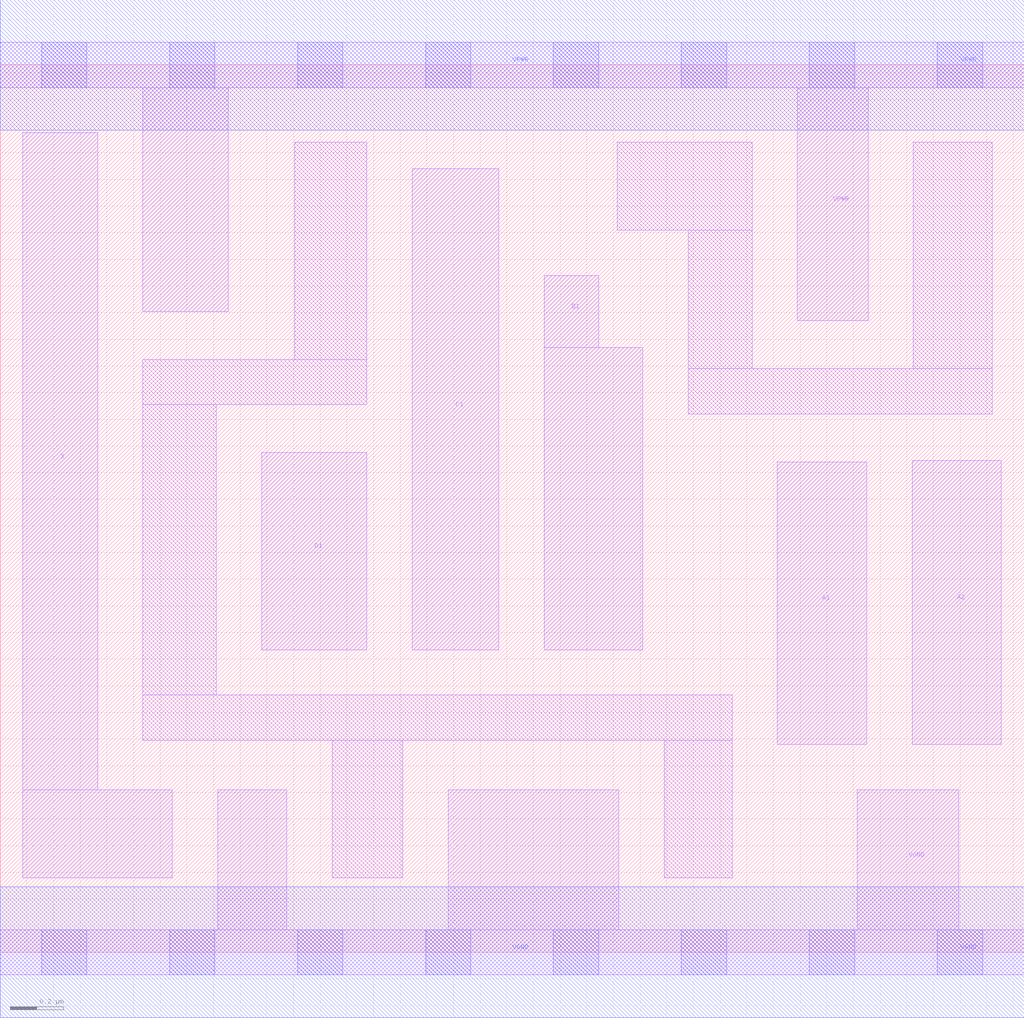
<source format=lef>
# Copyright 2020 The SkyWater PDK Authors
#
# Licensed under the Apache License, Version 2.0 (the "License");
# you may not use this file except in compliance with the License.
# You may obtain a copy of the License at
#
#     https://www.apache.org/licenses/LICENSE-2.0
#
# Unless required by applicable law or agreed to in writing, software
# distributed under the License is distributed on an "AS IS" BASIS,
# WITHOUT WARRANTIES OR CONDITIONS OF ANY KIND, either express or implied.
# See the License for the specific language governing permissions and
# limitations under the License.
#
# SPDX-License-Identifier: Apache-2.0

VERSION 5.7 ;
  NAMESCASESENSITIVE ON ;
  NOWIREEXTENSIONATPIN ON ;
  DIVIDERCHAR "/" ;
  BUSBITCHARS "[]" ;
UNITS
  DATABASE MICRONS 200 ;
END UNITS
MACRO sky130_fd_sc_lp__a2111o_0
  CLASS CORE ;
  SOURCE USER ;
  FOREIGN sky130_fd_sc_lp__a2111o_0 ;
  ORIGIN  0.000000  0.000000 ;
  SIZE  3.840000 BY  3.330000 ;
  SYMMETRY X Y R90 ;
  SITE unit ;
  PIN A1
    ANTENNAGATEAREA  0.159000 ;
    DIRECTION INPUT ;
    USE SIGNAL ;
    PORT
      LAYER li1 ;
        RECT 2.915000 0.780000 3.250000 1.840000 ;
    END
  END A1
  PIN A2
    ANTENNAGATEAREA  0.159000 ;
    DIRECTION INPUT ;
    USE SIGNAL ;
    PORT
      LAYER li1 ;
        RECT 3.420000 0.780000 3.755000 1.845000 ;
    END
  END A2
  PIN B1
    ANTENNAGATEAREA  0.159000 ;
    DIRECTION INPUT ;
    USE SIGNAL ;
    PORT
      LAYER li1 ;
        RECT 2.040000 1.135000 2.410000 2.270000 ;
        RECT 2.040000 2.270000 2.245000 2.540000 ;
    END
  END B1
  PIN C1
    ANTENNAGATEAREA  0.159000 ;
    DIRECTION INPUT ;
    USE SIGNAL ;
    PORT
      LAYER li1 ;
        RECT 1.545000 1.135000 1.870000 2.940000 ;
    END
  END C1
  PIN D1
    ANTENNAGATEAREA  0.159000 ;
    DIRECTION INPUT ;
    USE SIGNAL ;
    PORT
      LAYER li1 ;
        RECT 0.980000 1.135000 1.375000 1.875000 ;
    END
  END D1
  PIN X
    ANTENNADIFFAREA  0.280900 ;
    DIRECTION OUTPUT ;
    USE SIGNAL ;
    PORT
      LAYER li1 ;
        RECT 0.085000 0.280000 0.645000 0.610000 ;
        RECT 0.085000 0.610000 0.365000 3.075000 ;
    END
  END X
  PIN VGND
    DIRECTION INOUT ;
    USE GROUND ;
    PORT
      LAYER li1 ;
        RECT 0.000000 -0.085000 3.840000 0.085000 ;
        RECT 0.815000  0.085000 1.075000 0.610000 ;
        RECT 1.680000  0.085000 2.320000 0.610000 ;
        RECT 3.215000  0.085000 3.595000 0.610000 ;
      LAYER mcon ;
        RECT 0.155000 -0.085000 0.325000 0.085000 ;
        RECT 0.635000 -0.085000 0.805000 0.085000 ;
        RECT 1.115000 -0.085000 1.285000 0.085000 ;
        RECT 1.595000 -0.085000 1.765000 0.085000 ;
        RECT 2.075000 -0.085000 2.245000 0.085000 ;
        RECT 2.555000 -0.085000 2.725000 0.085000 ;
        RECT 3.035000 -0.085000 3.205000 0.085000 ;
        RECT 3.515000 -0.085000 3.685000 0.085000 ;
      LAYER met1 ;
        RECT 0.000000 -0.245000 3.840000 0.245000 ;
    END
  END VGND
  PIN VPWR
    DIRECTION INOUT ;
    USE POWER ;
    PORT
      LAYER li1 ;
        RECT 0.000000 3.245000 3.840000 3.415000 ;
        RECT 0.535000 2.405000 0.855000 3.245000 ;
        RECT 2.990000 2.370000 3.255000 3.245000 ;
      LAYER mcon ;
        RECT 0.155000 3.245000 0.325000 3.415000 ;
        RECT 0.635000 3.245000 0.805000 3.415000 ;
        RECT 1.115000 3.245000 1.285000 3.415000 ;
        RECT 1.595000 3.245000 1.765000 3.415000 ;
        RECT 2.075000 3.245000 2.245000 3.415000 ;
        RECT 2.555000 3.245000 2.725000 3.415000 ;
        RECT 3.035000 3.245000 3.205000 3.415000 ;
        RECT 3.515000 3.245000 3.685000 3.415000 ;
      LAYER met1 ;
        RECT 0.000000 3.085000 3.840000 3.575000 ;
    END
  END VPWR
  OBS
    LAYER li1 ;
      RECT 0.535000 0.795000 2.745000 0.965000 ;
      RECT 0.535000 0.965000 0.810000 2.055000 ;
      RECT 0.535000 2.055000 1.375000 2.225000 ;
      RECT 1.105000 2.225000 1.375000 3.040000 ;
      RECT 1.245000 0.280000 1.510000 0.795000 ;
      RECT 2.315000 2.710000 2.820000 3.040000 ;
      RECT 2.490000 0.280000 2.745000 0.795000 ;
      RECT 2.580000 2.020000 3.720000 2.190000 ;
      RECT 2.580000 2.190000 2.820000 2.710000 ;
      RECT 3.425000 2.190000 3.720000 3.040000 ;
  END
END sky130_fd_sc_lp__a2111o_0

</source>
